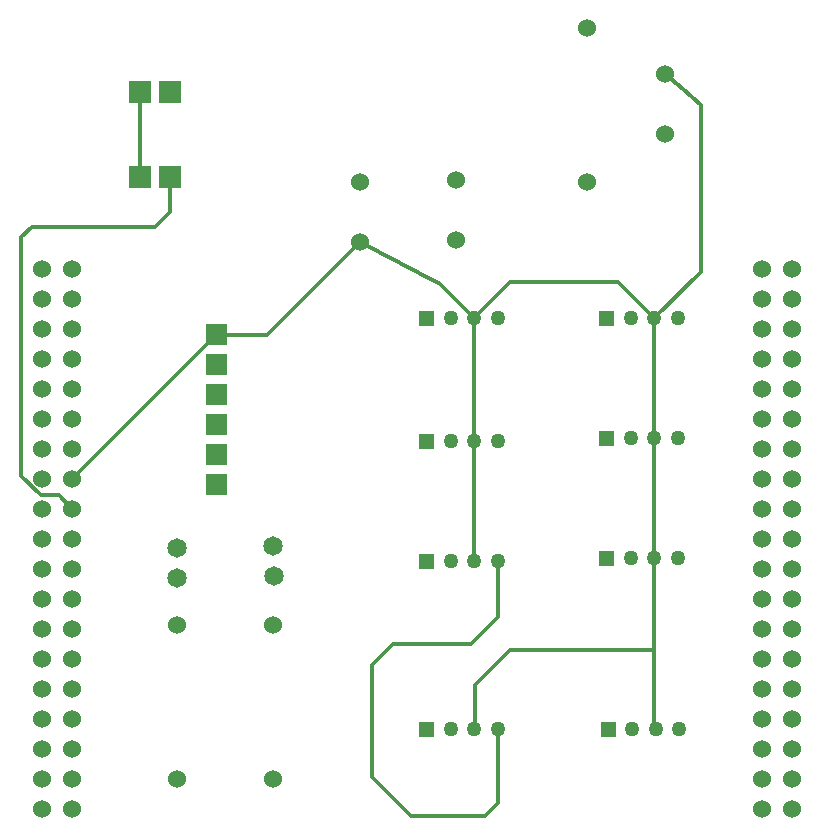
<source format=gbl>
G04 Layer: BottomLayer*
G04 EasyEDA v6.4.31, 2022-02-12 11:49:02*
G04 e007ce868bfc41669b98f304f8b66a95,955daf9958a1483280a48a3f8fd5623a,10*
G04 Gerber Generator version 0.2*
G04 Scale: 100 percent, Rotated: No, Reflected: No *
G04 Dimensions in millimeters *
G04 leading zeros omitted , absolute positions ,4 integer and 5 decimal *
%FSLAX45Y45*%
%MOMM*%

%ADD11C,0.3000*%
%ADD15C,1.2700*%
%ADD16C,1.6510*%
%ADD17R,1.9304X1.9304*%
%ADD19C,1.5240*%

%LPD*%
D11*
X1828800Y11061700D02*
G01*
X1828800Y10337800D01*
X2082800Y10337800D02*
G01*
X2082800Y10045700D01*
X1955800Y9918700D01*
X914400Y9918700D01*
X825500Y9829800D01*
X825500Y7810500D01*
X990600Y7645400D01*
X1143000Y7645400D01*
X1257300Y7531100D01*
X2476500Y9004300D02*
G01*
X1257300Y7785100D01*
X6183299Y9144000D02*
G01*
X6183299Y8128000D01*
X6183299Y7112000D02*
G01*
X6183299Y8128000D01*
X4659299Y7086600D02*
G01*
X4659299Y8102600D01*
X4659299Y9144000D02*
G01*
X4659299Y8102600D01*
X4659299Y9144000D02*
G01*
X4964099Y9448800D01*
X5878499Y9448800D01*
X6183299Y9144000D01*
X3695700Y9791700D02*
G01*
X2908300Y9004300D01*
X2476500Y9004300D01*
X3695700Y9791700D02*
G01*
X4368800Y9434576D01*
X4659375Y9144000D01*
X6183299Y9144000D02*
G01*
X6578600Y9539300D01*
X6578600Y10947400D01*
X6426200Y11087100D01*
X6273800Y11214100D01*
X6183375Y7112000D02*
G01*
X6183375Y5664200D01*
X6196075Y5664200D01*
X4667199Y5664200D02*
G01*
X4667199Y6038799D01*
X4965700Y6337300D01*
X6183375Y6337300D01*
X4859274Y7086600D02*
G01*
X4859274Y6611873D01*
X4635500Y6388100D01*
X3975100Y6388100D01*
X3797300Y6210300D01*
X3797300Y5257800D01*
X4127500Y4927600D01*
X4749800Y4927600D01*
X4864100Y5041900D01*
X4864100Y5659373D01*
X4859274Y5664200D01*
G36*
X4195800Y5727700D02*
G01*
X4322800Y5727700D01*
X4322800Y5600700D01*
X4195800Y5600700D01*
G37*
D15*
G01*
X4459300Y5664200D03*
G01*
X4659299Y5664200D03*
G01*
X4859299Y5664200D03*
D16*
G01*
X2961309Y6959625D03*
G01*
X2956890Y7213574D03*
G01*
X2146300Y6946900D03*
G01*
X2146300Y7200900D03*
G36*
X5719800Y7175500D02*
G01*
X5846800Y7175500D01*
X5846800Y7048500D01*
X5719800Y7048500D01*
G37*
D15*
G01*
X5983300Y7112000D03*
G01*
X6183299Y7112000D03*
G01*
X6383299Y7112000D03*
G36*
X4195800Y7150100D02*
G01*
X4322800Y7150100D01*
X4322800Y7023100D01*
X4195800Y7023100D01*
G37*
G01*
X4459300Y7086600D03*
G01*
X4659299Y7086600D03*
G01*
X4859299Y7086600D03*
G36*
X5732500Y5727700D02*
G01*
X5859500Y5727700D01*
X5859500Y5600700D01*
X5732500Y5600700D01*
G37*
G01*
X5996000Y5664200D03*
G01*
X6195999Y5664200D03*
G01*
X6395999Y5664200D03*
D17*
G01*
X2082800Y11061700D03*
G01*
X1828800Y11061700D03*
G01*
X1828800Y10337800D03*
G01*
X2082800Y10337800D03*
G36*
X2387600Y9093200D02*
G01*
X2565400Y9093200D01*
X2565400Y8915400D01*
X2387600Y8915400D01*
G37*
G36*
X2387600Y8839200D02*
G01*
X2565400Y8839200D01*
X2565400Y8661400D01*
X2387600Y8661400D01*
G37*
G36*
X2387600Y8585200D02*
G01*
X2565400Y8585200D01*
X2565400Y8407400D01*
X2387600Y8407400D01*
G37*
G36*
X2387600Y8331200D02*
G01*
X2565400Y8331200D01*
X2565400Y8153400D01*
X2387600Y8153400D01*
G37*
G36*
X2387600Y8077200D02*
G01*
X2565400Y8077200D01*
X2565400Y7899400D01*
X2387600Y7899400D01*
G37*
G36*
X2387600Y7823200D02*
G01*
X2565400Y7823200D01*
X2565400Y7645400D01*
X2387600Y7645400D01*
G37*
D19*
G01*
X7099300Y9563100D03*
G01*
X7353300Y9563100D03*
G01*
X7099300Y9309100D03*
G01*
X7353300Y9309100D03*
G01*
X7099300Y9055100D03*
G01*
X7353300Y9055100D03*
G01*
X7099300Y8801100D03*
G01*
X7353300Y8801100D03*
G01*
X7099300Y8547100D03*
G01*
X7353300Y8547100D03*
G01*
X7099300Y8293100D03*
G01*
X7353300Y8293100D03*
G01*
X7099300Y8039100D03*
G01*
X7353300Y8039100D03*
G01*
X7099300Y7785100D03*
G01*
X7353300Y7785100D03*
G01*
X7099300Y7531100D03*
G01*
X7353300Y7531100D03*
G01*
X7099300Y7277100D03*
G01*
X7353300Y7277100D03*
G01*
X7099300Y7023100D03*
G01*
X7353300Y7023100D03*
G01*
X7099300Y6769100D03*
G01*
X7353300Y6769100D03*
G01*
X7099300Y6515100D03*
G01*
X7353300Y6515100D03*
G01*
X7099300Y6261100D03*
G01*
X7353300Y6261100D03*
G01*
X7099300Y6007100D03*
G01*
X7353300Y6007100D03*
G01*
X7099300Y5753100D03*
G01*
X7353300Y5753100D03*
G01*
X7099300Y5499100D03*
G01*
X7353300Y5499100D03*
G01*
X7099300Y5245100D03*
G01*
X7353300Y5245100D03*
G01*
X7099300Y4991100D03*
G01*
X7353300Y4991100D03*
G01*
X1003300Y9563100D03*
G01*
X1257300Y9563100D03*
G01*
X1003300Y9309100D03*
G01*
X1257300Y9309100D03*
G01*
X1003300Y9055100D03*
G01*
X1257300Y9055100D03*
G01*
X1003300Y8801100D03*
G01*
X1257300Y8801100D03*
G01*
X1003300Y8547100D03*
G01*
X1257300Y8547100D03*
G01*
X1003300Y8293100D03*
G01*
X1257300Y8293100D03*
G01*
X1003300Y8039100D03*
G01*
X1257300Y8039100D03*
G01*
X1003300Y7785100D03*
G01*
X1257300Y7785100D03*
G01*
X1003300Y7531100D03*
G01*
X1257300Y7531100D03*
G01*
X1003300Y7277100D03*
G01*
X1257300Y7277100D03*
G01*
X1003300Y7023100D03*
G01*
X1257300Y7023100D03*
G01*
X1003300Y6769100D03*
G01*
X1257300Y6769100D03*
G01*
X1003300Y6515100D03*
G01*
X1257300Y6515100D03*
G01*
X1003300Y6261100D03*
G01*
X1257300Y6261100D03*
G01*
X1003300Y6007100D03*
G01*
X1257300Y6007100D03*
G01*
X1003300Y5753100D03*
G01*
X1257300Y5753100D03*
G01*
X1003300Y5499100D03*
G01*
X1257300Y5499100D03*
G01*
X1003300Y5245100D03*
G01*
X1257300Y5245100D03*
G01*
X1003300Y4991100D03*
G01*
X1257300Y4991100D03*
G01*
X3695700Y10299700D03*
G01*
X3695700Y9791700D03*
G01*
X4508500Y9804400D03*
G01*
X4508500Y10312400D03*
G01*
X6273800Y10706100D03*
G01*
X6273800Y11214100D03*
G36*
X5719800Y9207500D02*
G01*
X5846800Y9207500D01*
X5846800Y9080500D01*
X5719800Y9080500D01*
G37*
D15*
G01*
X5983300Y9144000D03*
G01*
X6183299Y9144000D03*
G01*
X6383299Y9144000D03*
G36*
X4195800Y8166100D02*
G01*
X4322800Y8166100D01*
X4322800Y8039100D01*
X4195800Y8039100D01*
G37*
G01*
X4459300Y8102600D03*
G01*
X4659299Y8102600D03*
G01*
X4859299Y8102600D03*
G36*
X5719800Y8191500D02*
G01*
X5846800Y8191500D01*
X5846800Y8064500D01*
X5719800Y8064500D01*
G37*
G01*
X5983300Y8128000D03*
G01*
X6183299Y8128000D03*
G01*
X6383299Y8128000D03*
G36*
X4195800Y9207500D02*
G01*
X4322800Y9207500D01*
X4322800Y9080500D01*
X4195800Y9080500D01*
G37*
G01*
X4459300Y9144000D03*
G01*
X4659299Y9144000D03*
G01*
X4859299Y9144000D03*
D19*
G01*
X2146300Y5242788D03*
G01*
X2146300Y6542786D03*
G01*
X5613400Y11597386D03*
G01*
X5613400Y10297388D03*
G01*
X2959100Y5242788D03*
G01*
X2959100Y6542786D03*
M02*

</source>
